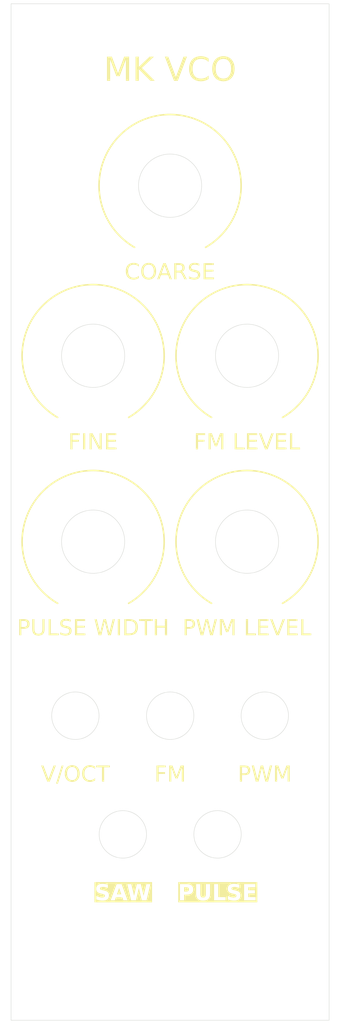
<source format=kicad_pcb>
(kicad_pcb (version 20241229) (generator "pcbnew") (generator_version "9.0")
  (title_block (title "MK VCO Front Panel") (company "Jesse Holzman"))
  (layers (0 "F.Cu" signal) (2 "B.Cu" signal) (13 "F.Paste" user) (15 "B.Paste" user) (5 "F.SilkS" user "F.Silkscreen") (7 "B.SilkS" user "B.Silkscreen") (1 "F.Mask" user) (3 "B.Mask" user) (25 "Edge.Cuts" user))
  (net 0 "")
  (footprint "MountingHole:MountingHole_3.2mm_M3" (layer "F.Cu") (at 139.2 150)
    (property "Reference" "REF**" (hide yes))
    (property "Value" "MountingHole_3.2mm_M3" (hide yes))
    (pad "" np_thru_hole circle (at 0 0) (size 3.2 3.2) (drill 3.2) (layers "*.Cu" "*.Mask"))
  )
  (footprint "MountingHole:MountingHole_3.2mm_M3" (layer "F.Cu") (at 139.2 161)
    (property "Reference" "REF**" (hide yes))
    (property "Value" "MountingHole_3.2mm_M3" (hide yes))
    (pad "" np_thru_hole circle (at 0 0) (size 3.2 3.2) (drill 3.2) (layers "*.Cu" "*.Mask"))
  )
  (footprint "MountingHole:MountingHole_3.2mm_M3" (layer "F.Cu") (at 113.8 161)
    (property "Reference" "REF**" (hide yes))
    (property "Value" "MountingHole_3.2mm_M3" (hide yes))
    (pad "" np_thru_hole circle (at 0 0) (size 3.2 3.2) (drill 3.2) (layers "*.Cu" "*.Mask"))
  )
  (footprint "MountingHole:MountingHole_3.2mm_M3" (layer "F.Cu") (at 113.8 38.5)
    (property "Reference" "REF**" (hide yes))
    (property "Value" "MountingHole_3.2mm_M3" (hide yes))
    (pad "" np_thru_hole circle (at 0 0) (size 3.2 3.2) (drill 3.2) (layers "*.Cu" "*.Mask"))
  )
  (footprint "MountingHole:MountingHole_3.2mm_M3" (layer "F.Cu") (at 113.8 150)
    (property "Reference" "REF**" (hide yes))
    (property "Value" "MountingHole_3.2mm_M3" (hide yes))
    (pad "" np_thru_hole circle (at 0 0) (size 3.2 3.2) (drill 3.2) (layers "*.Cu" "*.Mask"))
  )
  (footprint "MountingHole:MountingHole_3.2mm_M3" (layer "F.Cu") (at 113.8 49.5)
    (property "Reference" "REF**" (hide yes))
    (property "Value" "MountingHole_3.2mm_M3" (hide yes))
    (pad "" np_thru_hole circle (at 0 0) (size 3.2 3.2) (drill 3.2) (layers "*.Cu" "*.Mask"))
  )
  (footprint "MountingHole:MountingHole_3.2mm_M3" (layer "F.Cu") (at 139.2 38.5)
    (property "Reference" "REF**" (hide yes))
    (property "Value" "MountingHole_3.2mm_M3" (hide yes))
    (pad "" np_thru_hole circle (at 0 0) (size 3.2 3.2) (drill 3.2) (layers "*.Cu" "*.Mask"))
  )
  (footprint "MountingHole:MountingHole_3.2mm_M3" (layer "F.Cu") (at 139.2 49.5)
    (property "Reference" "REF**" (hide yes))
    (property "Value" "MountingHole_3.2mm_M3" (hide yes))
    (pad "" np_thru_hole circle (at 0 0) (size 3.2 3.2) (drill 3.2) (layers "*.Cu" "*.Mask"))
  )
  (gr_arc (start 131.75 87.79422) (mid 136.249996 71.000007) (end 140.750006 87.794216) (stroke (width 0.2)) (layer "F.SilkS"))
  (gr_arc (start 131.75 111.29422) (mid 136.249996 94.500007) (end 140.750006 111.294216) (stroke (width 0.2)) (layer "F.SilkS"))
  (gr_arc (start 122 66.29422) (mid 126.499996 49.500007) (end 131.000006 66.294216) (stroke (width 0.2)) (layer "F.SilkS"))
  (gr_arc (start 112.25 111.29422) (mid 116.749996 94.500007) (end 121.250006 111.294216) (stroke (width 0.2)) (layer "F.SilkS"))
  (gr_arc (start 112.25 87.79422) (mid 116.749996 71.000007) (end 121.250006 87.794216) (stroke (width 0.2)) (layer "F.SilkS"))
  (gr_circle (center 126.5 58.5) (end 130.5 58.5) (stroke (width 0.05)) (fill no) (layer "Edge.Cuts"))
  (gr_circle (center 120.513167 140.5) (end 123.513167 140.5) (stroke (width 0.05)) (fill no) (layer "Edge.Cuts"))
  (gr_circle (center 138.5 125.5) (end 141.5 125.5) (stroke (width 0.05)) (fill no) (layer "Edge.Cuts"))
  (gr_rect (start 106.35 35.5) (end 146.65 164) (stroke (width 0.05)) (fill no) (layer "Edge.Cuts"))
  (gr_circle (center 136.25 80) (end 140.25 80) (stroke (width 0.05)) (fill no) (layer "Edge.Cuts"))
  (gr_circle (center 116.75 103.5) (end 120.75 103.5) (stroke (width 0.05)) (fill no) (layer "Edge.Cuts"))
  (gr_circle (center 136.25 103.5) (end 140.25 103.5) (stroke (width 0.05)) (fill no) (layer "Edge.Cuts"))
  (gr_circle (center 132.513167 140.5) (end 135.513167 140.5) (stroke (width 0.05)) (fill no) (layer "Edge.Cuts"))
  (gr_circle (center 126.513167 125.5) (end 129.513167 125.5) (stroke (width 0.05)) (fill no) (layer "Edge.Cuts"))
  (gr_circle (center 116.75 80) (end 120.75 80) (stroke (width 0.05)) (fill no) (layer "Edge.Cuts"))
  (gr_circle (center 114.5 125.5) (end 117.5 125.5) (stroke (width 0.05)) (fill no) (layer "Edge.Cuts"))
  (gr_text "PULSE" (at 132.513167 148 0) (layer "F.SilkS" knockout) (effects (font (size 2 2) (thickness 0.4) (bold yes))))
  (gr_text "SAW" (at 120.513167 148 0) (layer "F.SilkS" knockout) (effects (font (size 2 2) (thickness 0.4) (bold yes))))
  (gr_text "PWM LEVEL" (at 136.236833 114.5 0) (layer "F.SilkS") (effects (font (size 2 2) (thickness 0.25))))
  (gr_text "PULSE WIDTH" (at 116.75 114.5 0) (layer "F.SilkS") (effects (font (size 2 2) (thickness 0.25))))
  (gr_text "PWM" (at 138.5 133 0) (layer "F.SilkS") (effects (font (size 2 2) (thickness 0.25))))
  (gr_text "FINE" (at 116.736833 91 0) (layer "F.SilkS") (effects (font (size 2 2) (thickness 0.25))))
  (gr_text "MK VCO" (at 126.5 44 0) (layer "F.SilkS") (effects (font (size 3 3))))
  (gr_text "COARSE" (at 126.486833 69.5 0) (layer "F.SilkS") (effects (font (size 2 2) (thickness 0.25))))
  (gr_text "FM LEVEL" (at 136.236833 91 0) (layer "F.SilkS") (effects (font (size 2 2) (thickness 0.25))))
  (gr_text "FM" (at 126.513167 133 0) (layer "F.SilkS") (effects (font (size 2 2) (thickness 0.25))))
  (gr_text "V/OCT" (at 114.5 133 0) (layer "F.SilkS") (effects (font (size 2 2) (thickness 0.25))))
)
</source>
